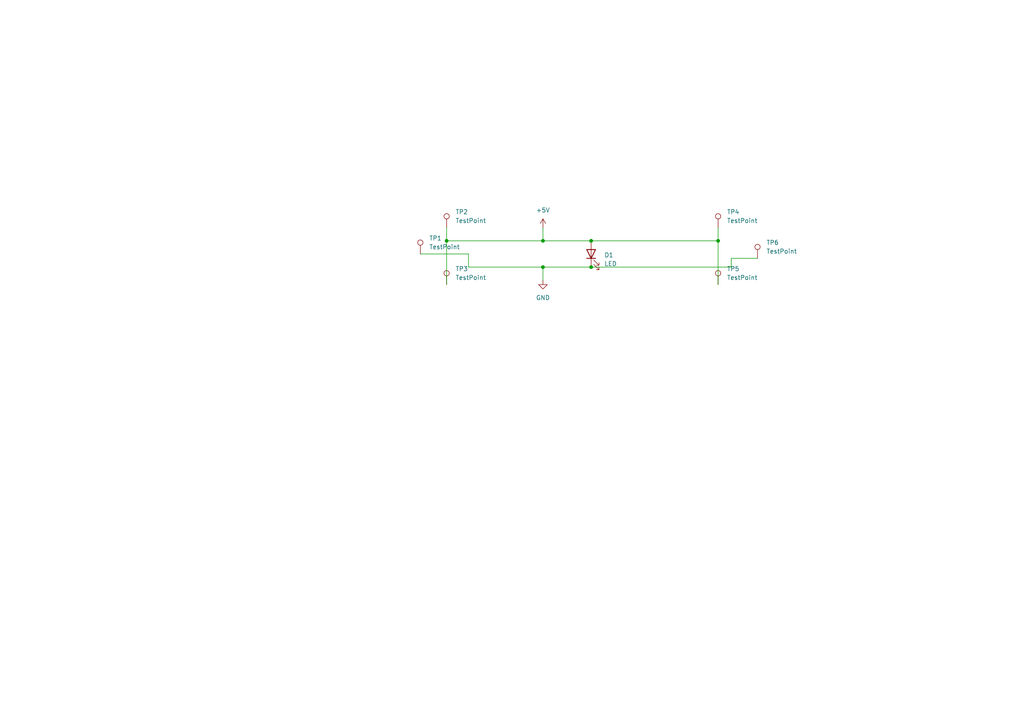
<source format=kicad_sch>
(kicad_sch (version 20211123) (generator eeschema)
  (paper "A4")
  (lib_symbols
    (symbol "Connector:TestPoint" (pin_numbers hide) (pin_names (offset 0.762) hide)
      (property "Reference" "TP" (at 0 6.858 0))
      (property "Value" "TestPoint" (at 0 5.08 0))
      (symbol "TestPoint_0_1"
        (circle (center 0 3.302) (radius 0.762))
      )
      (symbol "TestPoint_1_1"
        (pin passive line (at 0 0 90) (length 2.54) (name "1") (number "1"))
      )
    )
    (symbol "Device:LED" (pin_numbers hide) (pin_names (offset 1.016) hide)
      (property "Reference" "D" (at 0 2.54 0))
      (property "Value" "LED" (at 0 -2.54 0))
      (symbol "LED_0_1"
        (polyline (pts (xy -1.27 -1.27) (xy -1.27 1.27)) (stroke (width 0.254)))
        (polyline (pts (xy -1.27 0) (xy 1.27 0)))
        (polyline (pts (xy 1.27 -1.27) (xy 1.27 1.27) (xy -1.27 0) (xy 1.27 -1.27)) (stroke (width 0.254)))
        (polyline (pts (xy -3.048 -0.762) (xy -4.572 -2.286) (xy -3.81 -2.286) (xy -4.572 -2.286) (xy -4.572 -1.524)))
        (polyline (pts (xy -1.778 -0.762) (xy -3.302 -2.286) (xy -2.54 -2.286) (xy -3.302 -2.286) (xy -3.302 -1.524)))
      )
      (symbol "LED_1_1"
        (pin passive line (at -3.81 0 0) (length 2.54) (name "K") (number "1"))
        (pin passive line (at 3.81 0 180) (length 2.54) (name "A") (number "2"))
      )
    )
    (symbol "power:+5V" (power) (pin_names (offset 0))
      (property "Value" "+5V" (at 0 3.556 0))
      (symbol "+5V_0_1"
        (polyline (pts (xy -0.762 1.27) (xy 0 2.54)))
        (polyline (pts (xy 0 0) (xy 0 2.54)))
        (polyline (pts (xy 0 2.54) (xy 0.762 1.27)))
      )
      (symbol "+5V_1_1"
        (pin power_in line (at 0 0 90) (length 0) hide (name "+5V") (number "1"))
      )
    )
    (symbol "power:GND" (power) (pin_names (offset 0))
      (property "Value" "GND" (at 0 -3.81 0))
      (symbol "GND_0_1"
        (polyline (pts (xy 0 0) (xy 0 -1.27) (xy 1.27 -1.27) (xy 0 -2.54) (xy -1.27 -1.27) (xy 0 -1.27)))
      )
      (symbol "GND_1_1"
        (pin power_in line (at 0 0 270) (length 0) hide (name "GND") (number "1"))
      )
    )
  )
  (junction (at 157.48 77.47))
  (junction (at 171.45 77.47))
  (junction (at 129.54 69.85))
  (junction (at 208.28 69.85))
  (junction (at 157.48 69.85))
  (junction (at 171.45 69.85))
  (wire (pts (xy 157.48 66.04) (xy 157.48 69.85)))
  (wire (pts (xy 212.09 77.47) (xy 212.09 74.93)))
  (wire (pts (xy 121.92 73.66) (xy 135.89 73.66)))
  (wire (pts (xy 157.48 81.28) (xy 157.48 77.47)))
  (wire (pts (xy 212.09 74.93) (xy 219.71 74.93)))
  (wire (pts (xy 208.28 66.04) (xy 208.28 69.85)))
  (wire (pts (xy 171.45 77.47) (xy 212.09 77.47)))
  (wire (pts (xy 157.48 69.85) (xy 171.45 69.85)))
  (wire (pts (xy 135.89 77.47) (xy 135.89 73.66)))
  (wire (pts (xy 208.28 69.85) (xy 208.28 82.55)))
  (wire (pts (xy 171.45 69.85) (xy 208.28 69.85)))
  (wire (pts (xy 129.54 69.85) (xy 129.54 82.55)))
  (wire (pts (xy 129.54 69.85) (xy 157.48 69.85)))
  (wire (pts (xy 157.48 77.47) (xy 171.45 77.47)))
  (wire (pts (xy 135.89 77.47) (xy 157.48 77.47)))
  (wire (pts (xy 129.54 66.04) (xy 129.54 69.85)))
  (symbol (lib_id "power:GND") (at 157.48 81.28 0) (unit 1)
    (property "Reference" "#PWR02" (effects hide))
    (property "Value" "GND" (at 157.48 86.36 0))
  )
  (symbol (lib_id "Connector:TestPoint") (at 219.71 74.93 0) (unit 1)
    (property "Reference" "TP6" (at 222.25 70.3579 0) (effects (justify left)))
    (property "Value" "TestPoint" (at 222.25 72.8979 0) (effects (justify left)))
    (property "Footprint" "TestPoint:TestPoint_Pad_2.5x2.5mm" (effects hide))
  )
  (symbol (lib_id "Connector:TestPoint") (at 129.54 66.04 0) (unit 1)
    (property "Reference" "TP2" (at 132.08 61.4679 0) (effects (justify left)))
    (property "Value" "TestPoint" (at 132.08 64.0079 0) (effects (justify left)))
    (property "Footprint" "TestPoint:TestPoint_Pad_2.5x2.5mm" (effects hide))
  )
  (symbol (lib_id "Connector:TestPoint") (at 208.28 82.55 0) (unit 1)
    (property "Reference" "TP5" (at 210.82 77.9779 0) (effects (justify left)))
    (property "Value" "TestPoint" (at 210.82 80.5179 0) (effects (justify left)))
    (property "Footprint" "TestPoint:TestPoint_Pad_2.5x2.5mm" (effects hide))
  )
  (symbol (lib_id "Connector:TestPoint") (at 129.54 82.55 0) (unit 1)
    (property "Reference" "TP3" (at 132.08 77.9779 0) (effects (justify left)))
    (property "Value" "TestPoint" (at 132.08 80.5179 0) (effects (justify left)))
    (property "Footprint" "TestPoint:TestPoint_Pad_2.5x2.5mm" (effects hide))
  )
  (symbol (lib_id "power:+5V") (at 157.48 66.04 0) (unit 1)
    (property "Reference" "#PWR01" (effects hide))
    (property "Value" "+5V" (at 157.48 60.96 0))
  )
  (symbol (lib_id "Connector:TestPoint") (at 121.92 73.66 0) (unit 1)
    (property "Reference" "TP1" (at 124.46 69.0879 0) (effects (justify left)))
    (property "Value" "TestPoint" (at 124.46 71.6279 0) (effects (justify left)))
    (property "Footprint" "TestPoint:TestPoint_Pad_2.5x2.5mm" (effects hide))
  )
  (symbol (lib_id "Device:LED") (at 171.45 73.66 90) (unit 1)
    (property "Reference" "D1" (at 175.26 73.9774 90) (effects (justify right)))
    (property "Value" "LED" (at 175.26 76.5174 90) (effects (justify right)))
    (property "Footprint" "LED_THT:LED_D3.0mm" (effects hide))
  )
  (symbol (lib_id "Connector:TestPoint") (at 208.28 66.04 0) (unit 1)
    (property "Reference" "TP4" (at 210.82 61.4679 0) (effects (justify left)))
    (property "Value" "TestPoint" (at 210.82 64.0079 0) (effects (justify left)))
    (property "Footprint" "TestPoint:TestPoint_Pad_2.5x2.5mm" (effects hide))
  )
)
</source>
